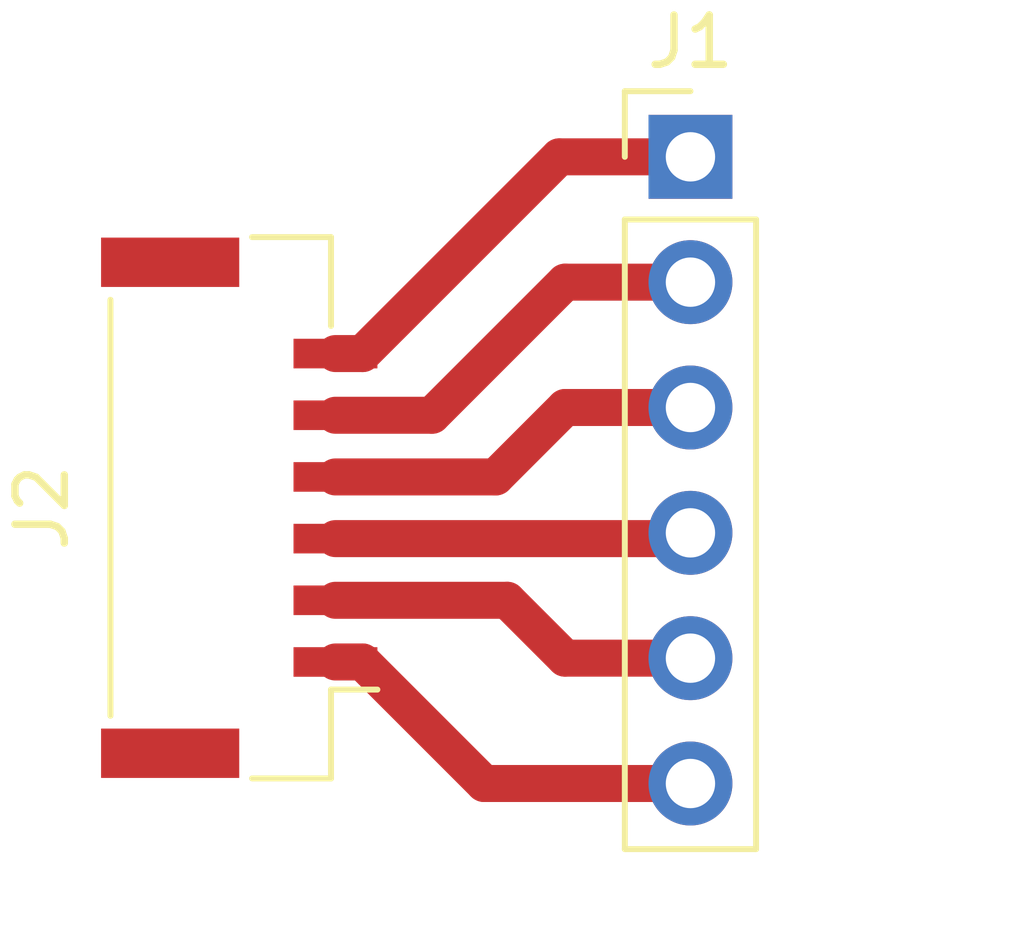
<source format=kicad_pcb>
(kicad_pcb (version 20171130) (host pcbnew "(5.0.0)")

  (general
    (thickness 1.6)
    (drawings 0)
    (tracks 18)
    (zones 0)
    (modules 2)
    (nets 7)
  )

  (page A4)
  (layers
    (0 F.Cu signal)
    (31 B.Cu signal)
    (32 B.Adhes user)
    (33 F.Adhes user)
    (34 B.Paste user)
    (35 F.Paste user)
    (36 B.SilkS user)
    (37 F.SilkS user)
    (38 B.Mask user)
    (39 F.Mask user)
    (40 Dwgs.User user)
    (41 Cmts.User user)
    (42 Eco1.User user)
    (43 Eco2.User user)
    (44 Edge.Cuts user)
    (45 Margin user)
    (46 B.CrtYd user)
    (47 F.CrtYd user)
    (48 B.Fab user)
    (49 F.Fab user)
  )

  (setup
    (last_trace_width 0.25)
    (trace_clearance 0.2)
    (zone_clearance 0.508)
    (zone_45_only no)
    (trace_min 0.2)
    (segment_width 0.2)
    (edge_width 0.1)
    (via_size 0.8)
    (via_drill 0.4)
    (via_min_size 0.4)
    (via_min_drill 0.3)
    (uvia_size 0.3)
    (uvia_drill 0.1)
    (uvias_allowed no)
    (uvia_min_size 0.2)
    (uvia_min_drill 0.1)
    (pcb_text_width 0.3)
    (pcb_text_size 1.5 1.5)
    (mod_edge_width 0.15)
    (mod_text_size 1 1)
    (mod_text_width 0.15)
    (pad_size 1.5 1.5)
    (pad_drill 0.6)
    (pad_to_mask_clearance 0)
    (aux_axis_origin 0 0)
    (visible_elements FFFFFF7F)
    (pcbplotparams
      (layerselection 0x00000_7fffffff)
      (usegerberextensions false)
      (usegerberattributes false)
      (usegerberadvancedattributes false)
      (creategerberjobfile false)
      (excludeedgelayer true)
      (linewidth 0.100000)
      (plotframeref false)
      (viasonmask false)
      (mode 1)
      (useauxorigin false)
      (hpglpennumber 1)
      (hpglpenspeed 20)
      (hpglpendiameter 15.000000)
      (psnegative false)
      (psa4output false)
      (plotreference true)
      (plotvalue true)
      (plotinvisibletext false)
      (padsonsilk false)
      (subtractmaskfromsilk false)
      (outputformat 5)
      (mirror false)
      (drillshape 0)
      (scaleselection 1)
      (outputdirectory "../../../../Users/tnive/Desktop/"))
  )

  (net 0 "")
  (net 1 "Net-(J1-Pad1)")
  (net 2 "Net-(J1-Pad2)")
  (net 3 "Net-(J1-Pad3)")
  (net 4 "Net-(J1-Pad4)")
  (net 5 "Net-(J1-Pad5)")
  (net 6 "Net-(J1-Pad6)")

  (net_class Default "This is the default net class."
    (clearance 0.2)
    (trace_width 0.25)
    (via_dia 0.8)
    (via_drill 0.4)
    (uvia_dia 0.3)
    (uvia_drill 0.1)
    (add_net "Net-(J1-Pad1)")
    (add_net "Net-(J1-Pad2)")
    (add_net "Net-(J1-Pad3)")
    (add_net "Net-(J1-Pad4)")
    (add_net "Net-(J1-Pad5)")
    (add_net "Net-(J1-Pad6)")
  )

  (module Connector_PinHeader_2.54mm:PinHeader_1x06_P2.54mm_Vertical (layer F.Cu) (tedit 59FED5CC) (tstamp 5C287A8D)
    (at 135.89 100.33)
    (descr "Through hole straight pin header, 1x06, 2.54mm pitch, single row")
    (tags "Through hole pin header THT 1x06 2.54mm single row")
    (path /5C2C5353)
    (fp_text reference J1 (at 0 -2.33) (layer F.SilkS)
      (effects (font (size 1 1) (thickness 0.15)))
    )
    (fp_text value Conn_01x06_Male (at 0 15.03) (layer F.Fab)
      (effects (font (size 1 1) (thickness 0.15)))
    )
    (fp_line (start -0.635 -1.27) (end 1.27 -1.27) (layer F.Fab) (width 0.1))
    (fp_line (start 1.27 -1.27) (end 1.27 13.97) (layer F.Fab) (width 0.1))
    (fp_line (start 1.27 13.97) (end -1.27 13.97) (layer F.Fab) (width 0.1))
    (fp_line (start -1.27 13.97) (end -1.27 -0.635) (layer F.Fab) (width 0.1))
    (fp_line (start -1.27 -0.635) (end -0.635 -1.27) (layer F.Fab) (width 0.1))
    (fp_line (start -1.33 14.03) (end 1.33 14.03) (layer F.SilkS) (width 0.12))
    (fp_line (start -1.33 1.27) (end -1.33 14.03) (layer F.SilkS) (width 0.12))
    (fp_line (start 1.33 1.27) (end 1.33 14.03) (layer F.SilkS) (width 0.12))
    (fp_line (start -1.33 1.27) (end 1.33 1.27) (layer F.SilkS) (width 0.12))
    (fp_line (start -1.33 0) (end -1.33 -1.33) (layer F.SilkS) (width 0.12))
    (fp_line (start -1.33 -1.33) (end 0 -1.33) (layer F.SilkS) (width 0.12))
    (fp_line (start -1.8 -1.8) (end -1.8 14.5) (layer F.CrtYd) (width 0.05))
    (fp_line (start -1.8 14.5) (end 1.8 14.5) (layer F.CrtYd) (width 0.05))
    (fp_line (start 1.8 14.5) (end 1.8 -1.8) (layer F.CrtYd) (width 0.05))
    (fp_line (start 1.8 -1.8) (end -1.8 -1.8) (layer F.CrtYd) (width 0.05))
    (fp_text user %R (at 0 6.35 90) (layer F.Fab)
      (effects (font (size 1 1) (thickness 0.15)))
    )
    (pad 1 thru_hole rect (at 0 0) (size 1.7 1.7) (drill 1) (layers *.Cu *.Mask)
      (net 1 "Net-(J1-Pad1)"))
    (pad 2 thru_hole oval (at 0 2.54) (size 1.7 1.7) (drill 1) (layers *.Cu *.Mask)
      (net 2 "Net-(J1-Pad2)"))
    (pad 3 thru_hole oval (at 0 5.08) (size 1.7 1.7) (drill 1) (layers *.Cu *.Mask)
      (net 3 "Net-(J1-Pad3)"))
    (pad 4 thru_hole oval (at 0 7.62) (size 1.7 1.7) (drill 1) (layers *.Cu *.Mask)
      (net 4 "Net-(J1-Pad4)"))
    (pad 5 thru_hole oval (at 0 10.16) (size 1.7 1.7) (drill 1) (layers *.Cu *.Mask)
      (net 5 "Net-(J1-Pad5)"))
    (pad 6 thru_hole oval (at 0 12.7) (size 1.7 1.7) (drill 1) (layers *.Cu *.Mask)
      (net 6 "Net-(J1-Pad6)"))
    (model ${KISYS3DMOD}/Connector_PinHeader_2.54mm.3dshapes/PinHeader_1x06_P2.54mm_Vertical.wrl
      (at (xyz 0 0 0))
      (scale (xyz 1 1 1))
      (rotate (xyz 0 0 0))
    )
  )

  (module Connector_JST:JST_GH_BM06B-GHS-TBT_1x06-1MP_P1.25mm_Vertical (layer F.Cu) (tedit 5AA47DC8) (tstamp 5C287C29)
    (at 126.746 107.442 90)
    (descr "JST GH series connector, BM06B-GHS-TBT (http://www.jst-mfg.com/product/pdf/eng/eGH.pdf), generated with kicad-footprint-generator")
    (tags "connector JST GH side entry")
    (path /5C287893)
    (attr smd)
    (fp_text reference J2 (at 0 -4 90) (layer F.SilkS)
      (effects (font (size 1 1) (thickness 0.15)))
    )
    (fp_text value Conn_01x06_Male (at 0 4 90) (layer F.Fab)
      (effects (font (size 1 1) (thickness 0.15)))
    )
    (fp_line (start -5.375 1.75) (end 5.375 1.75) (layer F.Fab) (width 0.1))
    (fp_line (start -5.485 0.26) (end -5.485 1.86) (layer F.SilkS) (width 0.12))
    (fp_line (start -5.485 1.86) (end -3.685 1.86) (layer F.SilkS) (width 0.12))
    (fp_line (start -3.685 1.86) (end -3.685 2.8) (layer F.SilkS) (width 0.12))
    (fp_line (start 5.485 0.26) (end 5.485 1.86) (layer F.SilkS) (width 0.12))
    (fp_line (start 5.485 1.86) (end 3.685 1.86) (layer F.SilkS) (width 0.12))
    (fp_line (start -4.215 -2.61) (end 4.215 -2.61) (layer F.SilkS) (width 0.12))
    (fp_line (start -5.375 -2.5) (end 5.375 -2.5) (layer F.Fab) (width 0.1))
    (fp_line (start -5.375 1.75) (end -5.375 -2.5) (layer F.Fab) (width 0.1))
    (fp_line (start 5.375 1.75) (end 5.375 -2.5) (layer F.Fab) (width 0.1))
    (fp_line (start -3.375 -0.5) (end -3.375 0) (layer F.Fab) (width 0.1))
    (fp_line (start -3.375 0) (end -2.875 0) (layer F.Fab) (width 0.1))
    (fp_line (start -2.875 0) (end -2.875 -0.5) (layer F.Fab) (width 0.1))
    (fp_line (start -2.875 -0.5) (end -3.375 -0.5) (layer F.Fab) (width 0.1))
    (fp_line (start -2.125 -0.5) (end -2.125 0) (layer F.Fab) (width 0.1))
    (fp_line (start -2.125 0) (end -1.625 0) (layer F.Fab) (width 0.1))
    (fp_line (start -1.625 0) (end -1.625 -0.5) (layer F.Fab) (width 0.1))
    (fp_line (start -1.625 -0.5) (end -2.125 -0.5) (layer F.Fab) (width 0.1))
    (fp_line (start -0.875 -0.5) (end -0.875 0) (layer F.Fab) (width 0.1))
    (fp_line (start -0.875 0) (end -0.375 0) (layer F.Fab) (width 0.1))
    (fp_line (start -0.375 0) (end -0.375 -0.5) (layer F.Fab) (width 0.1))
    (fp_line (start -0.375 -0.5) (end -0.875 -0.5) (layer F.Fab) (width 0.1))
    (fp_line (start 0.375 -0.5) (end 0.375 0) (layer F.Fab) (width 0.1))
    (fp_line (start 0.375 0) (end 0.875 0) (layer F.Fab) (width 0.1))
    (fp_line (start 0.875 0) (end 0.875 -0.5) (layer F.Fab) (width 0.1))
    (fp_line (start 0.875 -0.5) (end 0.375 -0.5) (layer F.Fab) (width 0.1))
    (fp_line (start 1.625 -0.5) (end 1.625 0) (layer F.Fab) (width 0.1))
    (fp_line (start 1.625 0) (end 2.125 0) (layer F.Fab) (width 0.1))
    (fp_line (start 2.125 0) (end 2.125 -0.5) (layer F.Fab) (width 0.1))
    (fp_line (start 2.125 -0.5) (end 1.625 -0.5) (layer F.Fab) (width 0.1))
    (fp_line (start 2.875 -0.5) (end 2.875 0) (layer F.Fab) (width 0.1))
    (fp_line (start 2.875 0) (end 3.375 0) (layer F.Fab) (width 0.1))
    (fp_line (start 3.375 0) (end 3.375 -0.5) (layer F.Fab) (width 0.1))
    (fp_line (start 3.375 -0.5) (end 2.875 -0.5) (layer F.Fab) (width 0.1))
    (fp_line (start -5.98 -3.3) (end -5.98 3.3) (layer F.CrtYd) (width 0.05))
    (fp_line (start -5.98 3.3) (end 5.98 3.3) (layer F.CrtYd) (width 0.05))
    (fp_line (start 5.98 3.3) (end 5.98 -3.3) (layer F.CrtYd) (width 0.05))
    (fp_line (start 5.98 -3.3) (end -5.98 -3.3) (layer F.CrtYd) (width 0.05))
    (fp_line (start -3.625 1.75) (end -3.125 1.042893) (layer F.Fab) (width 0.1))
    (fp_line (start -3.125 1.042893) (end -2.625 1.75) (layer F.Fab) (width 0.1))
    (fp_text user %R (at 0 -1.5 90) (layer F.Fab)
      (effects (font (size 1 1) (thickness 0.15)))
    )
    (pad 1 smd rect (at -3.125 1.95 90) (size 0.6 1.7) (layers F.Cu F.Paste F.Mask)
      (net 6 "Net-(J1-Pad6)"))
    (pad 2 smd rect (at -1.875 1.95 90) (size 0.6 1.7) (layers F.Cu F.Paste F.Mask)
      (net 5 "Net-(J1-Pad5)"))
    (pad 3 smd rect (at -0.625 1.95 90) (size 0.6 1.7) (layers F.Cu F.Paste F.Mask)
      (net 4 "Net-(J1-Pad4)"))
    (pad 4 smd rect (at 0.625 1.95 90) (size 0.6 1.7) (layers F.Cu F.Paste F.Mask)
      (net 3 "Net-(J1-Pad3)"))
    (pad 5 smd rect (at 1.875 1.95 90) (size 0.6 1.7) (layers F.Cu F.Paste F.Mask)
      (net 2 "Net-(J1-Pad2)"))
    (pad 6 smd rect (at 3.125 1.95 90) (size 0.6 1.7) (layers F.Cu F.Paste F.Mask)
      (net 1 "Net-(J1-Pad1)"))
    (pad MP smd rect (at -4.975 -1.4 90) (size 1 2.8) (layers F.Cu F.Paste F.Mask))
    (pad MP smd rect (at 4.975 -1.4 90) (size 1 2.8) (layers F.Cu F.Paste F.Mask))
    (model ${KISYS3DMOD}/Connector_JST.3dshapes/JST_GH_BM06B-GHS-TBT_1x06-1MP_P1.25mm_Vertical.wrl
      (at (xyz 0 0 0))
      (scale (xyz 1 1 1))
      (rotate (xyz 0 0 0))
    )
  )

  (segment (start 133.233 100.33) (end 135.89 100.33) (width 0.75) (layer F.Cu) (net 1))
  (segment (start 128.696 104.317) (end 129.246 104.317) (width 0.75) (layer F.Cu) (net 1))
  (segment (start 129.246 104.317) (end 133.233 100.33) (width 0.75) (layer F.Cu) (net 1))
  (segment (start 128.696 105.567) (end 130.653 105.567) (width 0.75) (layer F.Cu) (net 2))
  (segment (start 133.35 102.87) (end 135.89 102.87) (width 0.75) (layer F.Cu) (net 2))
  (segment (start 130.653 105.567) (end 133.35 102.87) (width 0.75) (layer F.Cu) (net 2))
  (segment (start 128.696 106.817) (end 131.943 106.817) (width 0.75) (layer F.Cu) (net 3))
  (segment (start 133.35 105.41) (end 135.89 105.41) (width 0.75) (layer F.Cu) (net 3))
  (segment (start 131.943 106.817) (end 133.35 105.41) (width 0.75) (layer F.Cu) (net 3))
  (segment (start 135.773 108.067) (end 135.89 107.95) (width 0.75) (layer F.Cu) (net 4))
  (segment (start 128.696 108.067) (end 135.773 108.067) (width 0.75) (layer F.Cu) (net 4))
  (segment (start 128.696 109.317) (end 132.177 109.317) (width 0.75) (layer F.Cu) (net 5))
  (segment (start 133.35 110.49) (end 135.89 110.49) (width 0.75) (layer F.Cu) (net 5))
  (segment (start 132.177 109.317) (end 133.35 110.49) (width 0.75) (layer F.Cu) (net 5))
  (segment (start 134.687919 113.03) (end 135.89 113.03) (width 0.75) (layer F.Cu) (net 6))
  (segment (start 131.709 113.03) (end 134.687919 113.03) (width 0.75) (layer F.Cu) (net 6))
  (segment (start 129.246 110.567) (end 131.709 113.03) (width 0.75) (layer F.Cu) (net 6))
  (segment (start 128.696 110.567) (end 129.246 110.567) (width 0.75) (layer F.Cu) (net 6))

)

</source>
